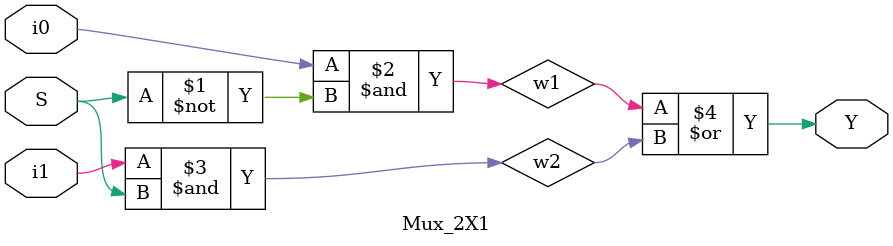
<source format=v>
module Mux_2X1(i0,i1,S,Y);
 input i0,i1,S;
 output Y;

 and gate1 (w1,i0,~S);
 and gate2 (w2,i1,S);

 or  gate3 (Y,w1,w2);

endmodule 

</source>
